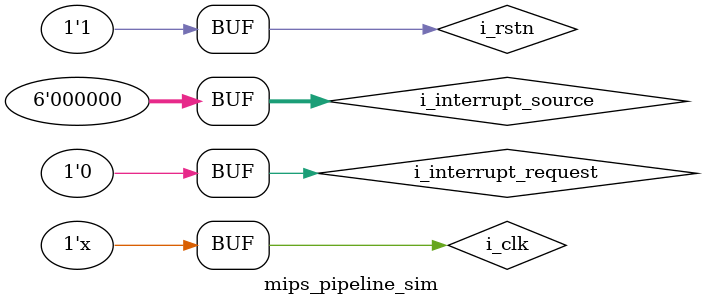
<source format=v>
`timescale 1ns / 1ps


module mips_pipeline_sim(
	);
	// input
	reg i_clk = 0;
	reg i_rstn = 0;	
	reg i_interrupt_request = 0;
	reg [5:0] i_interrupt_source = 0;
	
	wire o_interrupt_answer;
	
	wire [31:0] o_pc;
	wire [31:0] o_instr;
	wire [31:0] o_alu_res;
	wire [31:0] o_mem_data;
	wire [31:0] o_reg_data;

	wire [ 5:0] o_interrupt_source;

	mips_pipeline MIPS_PIPE_TEST(
		.i_clk(i_clk),
		.i_rstn(i_rstn),
		.i_interrupt_request(i_interrupt_request),
		.i_interrupt_source(i_interrupt_source),
		.o_interrupt_answer(o_interrupt_answer),
		.o_interrupt_source(o_interrupt_source),
		.o_pc(o_pc),
		.o_instr(o_instr),
		.o_alu_res(o_alu_res),
		.o_mem_data(o_mem_data),
		.o_reg_data(o_reg_data)
		);

	initial begin
		#20 i_rstn = 1;
//		#700 i_interrupt_source = 6'b000011;
//		#20 i_interrupt_request = 1;
//		#50 i_interrupt_request = 0; i_interrupt_source = 6'b000010;
//		#50 i_interrupt_request = 1;
//		#1000 i_interrupt_request = 1;
//		#1020 i_interrupt_request = 0;
	end
	
	always #5 i_clk = ~i_clk;
endmodule

</source>
